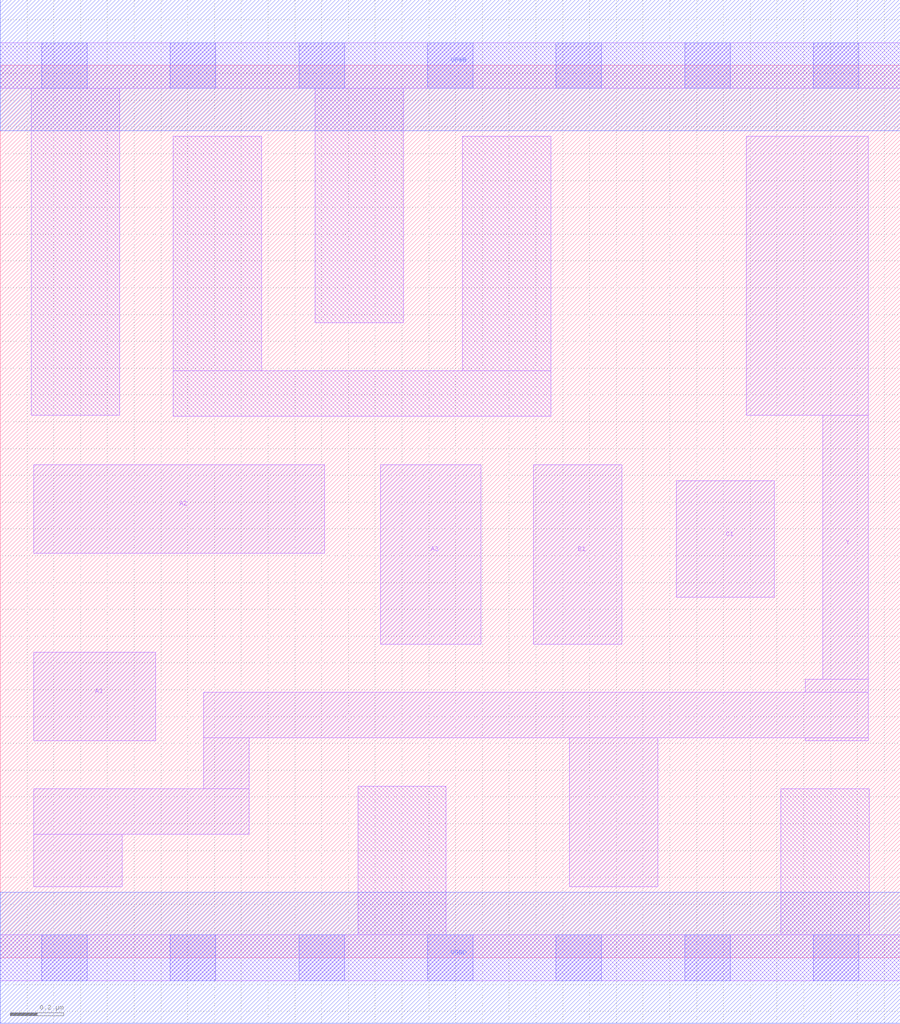
<source format=lef>
# Copyright 2020 The SkyWater PDK Authors
#
# Licensed under the Apache License, Version 2.0 (the "License");
# you may not use this file except in compliance with the License.
# You may obtain a copy of the License at
#
#     https://www.apache.org/licenses/LICENSE-2.0
#
# Unless required by applicable law or agreed to in writing, software
# distributed under the License is distributed on an "AS IS" BASIS,
# WITHOUT WARRANTIES OR CONDITIONS OF ANY KIND, either express or implied.
# See the License for the specific language governing permissions and
# limitations under the License.
#
# SPDX-License-Identifier: Apache-2.0

VERSION 5.7 ;
  NAMESCASESENSITIVE ON ;
  NOWIREEXTENSIONATPIN ON ;
  DIVIDERCHAR "/" ;
  BUSBITCHARS "[]" ;
UNITS
  DATABASE MICRONS 200 ;
END UNITS
MACRO sky130_fd_sc_lp__a311oi_lp
  CLASS CORE ;
  SOURCE USER ;
  FOREIGN sky130_fd_sc_lp__a311oi_lp ;
  ORIGIN  0.000000  0.000000 ;
  SIZE  3.360000 BY  3.330000 ;
  SYMMETRY X Y R90 ;
  SITE unit ;
  PIN A1
    ANTENNAGATEAREA  0.313000 ;
    DIRECTION INPUT ;
    USE SIGNAL ;
    PORT
      LAYER li1 ;
        RECT 0.125000 0.810000 0.580000 1.140000 ;
    END
  END A1
  PIN A2
    ANTENNAGATEAREA  0.313000 ;
    DIRECTION INPUT ;
    USE SIGNAL ;
    PORT
      LAYER li1 ;
        RECT 0.125000 1.510000 1.210000 1.840000 ;
    END
  END A2
  PIN A3
    ANTENNAGATEAREA  0.313000 ;
    DIRECTION INPUT ;
    USE SIGNAL ;
    PORT
      LAYER li1 ;
        RECT 1.420000 1.170000 1.795000 1.840000 ;
    END
  END A3
  PIN B1
    ANTENNAGATEAREA  0.376000 ;
    DIRECTION INPUT ;
    USE SIGNAL ;
    PORT
      LAYER li1 ;
        RECT 1.990000 1.170000 2.320000 1.840000 ;
    END
  END B1
  PIN C1
    ANTENNAGATEAREA  0.376000 ;
    DIRECTION INPUT ;
    USE SIGNAL ;
    PORT
      LAYER li1 ;
        RECT 2.525000 1.345000 2.890000 1.780000 ;
    END
  END C1
  PIN Y
    ANTENNADIFFAREA  0.522300 ;
    DIRECTION OUTPUT ;
    USE SIGNAL ;
    PORT
      LAYER li1 ;
        RECT 0.125000 0.265000 0.455000 0.460000 ;
        RECT 0.125000 0.460000 0.930000 0.630000 ;
        RECT 0.760000 0.630000 0.930000 0.820000 ;
        RECT 0.760000 0.820000 3.240000 0.990000 ;
        RECT 2.125000 0.265000 2.455000 0.820000 ;
        RECT 2.785000 2.025000 3.240000 3.065000 ;
        RECT 3.005000 0.810000 3.240000 0.820000 ;
        RECT 3.005000 0.990000 3.240000 1.040000 ;
        RECT 3.070000 1.040000 3.240000 2.025000 ;
    END
  END Y
  PIN VGND
    DIRECTION INOUT ;
    USE GROUND ;
    PORT
      LAYER met1 ;
        RECT 0.000000 -0.245000 3.360000 0.245000 ;
    END
  END VGND
  PIN VPWR
    DIRECTION INOUT ;
    USE POWER ;
    PORT
      LAYER met1 ;
        RECT 0.000000 3.085000 3.360000 3.575000 ;
    END
  END VPWR
  OBS
    LAYER li1 ;
      RECT 0.000000 -0.085000 3.360000 0.085000 ;
      RECT 0.000000  3.245000 3.360000 3.415000 ;
      RECT 0.115000  2.025000 0.445000 3.245000 ;
      RECT 0.645000  2.020000 2.055000 2.190000 ;
      RECT 0.645000  2.190000 0.975000 3.065000 ;
      RECT 1.175000  2.370000 1.505000 3.245000 ;
      RECT 1.335000  0.085000 1.665000 0.640000 ;
      RECT 1.725000  2.190000 2.055000 3.065000 ;
      RECT 2.915000  0.085000 3.245000 0.630000 ;
    LAYER mcon ;
      RECT 0.155000 -0.085000 0.325000 0.085000 ;
      RECT 0.155000  3.245000 0.325000 3.415000 ;
      RECT 0.635000 -0.085000 0.805000 0.085000 ;
      RECT 0.635000  3.245000 0.805000 3.415000 ;
      RECT 1.115000 -0.085000 1.285000 0.085000 ;
      RECT 1.115000  3.245000 1.285000 3.415000 ;
      RECT 1.595000 -0.085000 1.765000 0.085000 ;
      RECT 1.595000  3.245000 1.765000 3.415000 ;
      RECT 2.075000 -0.085000 2.245000 0.085000 ;
      RECT 2.075000  3.245000 2.245000 3.415000 ;
      RECT 2.555000 -0.085000 2.725000 0.085000 ;
      RECT 2.555000  3.245000 2.725000 3.415000 ;
      RECT 3.035000 -0.085000 3.205000 0.085000 ;
      RECT 3.035000  3.245000 3.205000 3.415000 ;
  END
END sky130_fd_sc_lp__a311oi_lp
END LIBRARY

</source>
